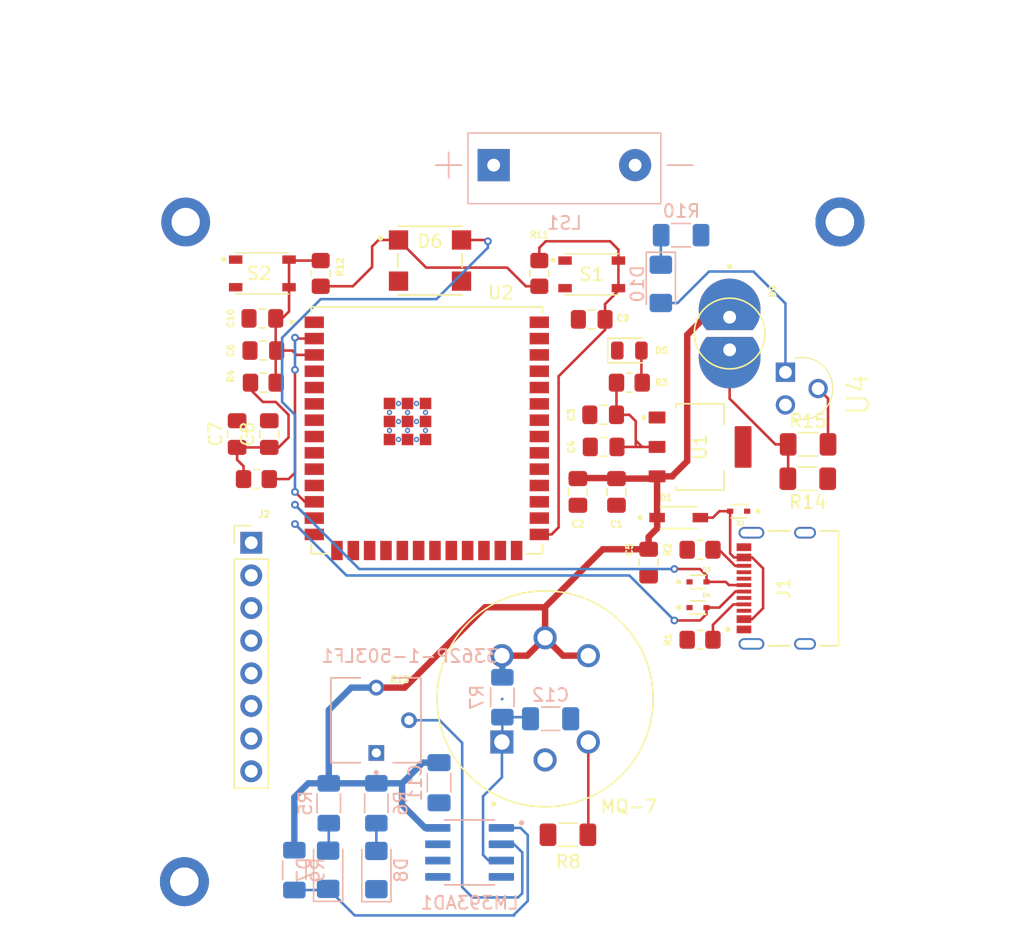
<source format=kicad_pcb>
(kicad_pcb (version 20241229) (generator "pcbnew") (generator_version "9.0")
  (layers (0 "F.Cu" signal) (2 "B.Cu" signal) (13 "F.Paste" user) (15 "B.Paste" user) (5 "F.SilkS" user "F.Silkscreen") (7 "B.SilkS" user "B.Silkscreen") (1 "F.Mask" user) (3 "B.Mask" user) (25 "Edge.Cuts" user))
  (net 0 "")
  (net 1 "A0")
  (net 2 "VCC_3V3")
  (net 3 "CHIP_PU")
  (net 4 "ESP_3V3")
  (net 5 "GPIO0")
  (net 6 "Net-(D1-PadA)")
  (net 7 "D-")
  (net 8 "D+")
  (net 9 "Net-(D5-A)")
  (net 12 "Net-(J1-CC2)")
  (net 13 "Net-(J1-CC1)")
  (net 22 "CS")
  (net 23 "CLK")
  (net 28 "DIN")
  (net 31 "DC")
  (net 32 "RST")
  (net 46 "BL")
  (net 48 "5V")
  (net 49 "Net-(U2-3V3)")
  (net 50 "RGB")
  (net 51 "OUT")
  (net 52 "Net-(D7-A)")
  (net 53 "Net-(D8-A)")
  (net 54 "Net-(U4-B)")
  (net 55 "Net-(D10-A)")
  (net 56 "Net-(LM393AD1-1IN-)")
  (net 60 "Net-(MQ-7-B-Pad3)")
  (net 63 "GND")
  (net 64 "Net-(D9-PadA)")
  (net 65 "Net-(D10-K)")
  (footprint "LED_SMD:LED_0805_2012Metric" (layer "F.Cu") (at 150 55)
    (property "Reference" "D5")
    (property "Value" "LED")
  )
  (footprint "Resistor_SMD:R_1206_3216Metric_Pad1.30x1.75mm_HandSolder" (layer "F.Cu") (at 145.225 92.675)
    (property "Reference" "R8")
    (property "Value" "R")
  )
  (footprint "footprints:DIO_SFH_4545" (layer "F.Cu") (at 157.8 53.675 -90)
    (property "Reference" "D9")
    (property "Value" "SFH_4545")
  )
  (footprint "Capacitor_SMD:C_0805_2012Metric_Pad1.18x1.45mm_HandSolder" (layer "F.Cu") (at 147.9625 60 180)
    (property "Reference" "C3")
    (property "Value" "10uF")
  )
  (footprint "Resistor_SMD:R_0805_2012Metric_Pad1.20x1.40mm_HandSolder" (layer "F.Cu") (at 150 57.5)
    (property "Reference" "R3")
    (property "Value" "5k1")
  )
  (footprint "Downloaded_from_internet:LED_SK6812" (layer "F.Cu") (at 134.5 48)
    (property "Reference" "D6")
    (property "Value" "SK6812")
  )
  (footprint "Resistor_SMD:R_0805_2012Metric_Pad1.20x1.40mm_HandSolder" (layer "F.Cu") (at 155.5 77.5 180)
    (property "Reference" "R1")
    (property "Value" "5K1")
  )
  (footprint "Resistor_SMD:R_0805_2012Metric_Pad1.20x1.40mm_HandSolder" (layer "F.Cu") (at 143 49 90)
    (property "Reference" "R11")
    (property "Value" "10k")
  )
  (footprint "Capacitor_SMD:C_0805_2012Metric_Pad1.18x1.45mm_HandSolder" (layer "F.Cu") (at 119.5 61.5 90)
    (property "Reference" "C7")
    (property "Value" "0u1F")
  )
  (footprint "Connector_PinHeader_2.54mm:PinHeader_1x08_P2.54mm_Vertical" (layer "F.Cu") (at 120.6 69.955)
    (property "Reference" "J2")
    (property "Value" "Conn_01x08_Pin")
  )
  (footprint "Capacitor_SMD:C_0805_2012Metric_Pad1.18x1.45mm_HandSolder" (layer "F.Cu") (at 122 61.5 90)
    (property "Reference" "C8")
    (property "Value" "10uF")
  )
  (footprint "Downloaded_from_internet:TVS_LESD5D5.0CT1G" (layer "F.Cu") (at 158.5 67.5 180)
    (property "Reference" "D2")
    (property "Value" "LESD5D5.0CT1G")
  )
  (footprint "Resistor_SMD:R_0805_2012Metric_Pad1.20x1.40mm_HandSolder" (layer "F.Cu") (at 121.5375 57.5)
    (property "Reference" "R4")
    (property "Value" "10k")
  )
  (footprint "" (layer "F.Cu") (at 115.4 96.325)
    (property "Reference" "" (hide yes))
    (property "Value" "")
  )
  (footprint "Capacitor_SMD:C_0805_2012Metric_Pad1.18x1.45mm_HandSolder" (layer "F.Cu") (at 147.075 52.575 180)
    (property "Reference" "C9")
    (property "Value" "0u1F")
  )
  (footprint "Capacitor_SMD:C_0805_2012Metric_Pad1.18x1.45mm_HandSolder" (layer "F.Cu") (at 121.5375 55 180)
    (property "Reference" "C6")
    (property "Value" "1uF")
  )
  (footprint "" (layer "F.Cu") (at 166.375 45)
    (property "Reference" "")
    (property "Value" "")
  )
  (footprint "Resistor_SMD:R_1206_3216Metric_Pad1.30x1.75mm_HandSolder" (layer "F.Cu") (at 163.875 64.975 180)
    (property "Reference" "R14")
    (property "Value" "220")
  )
  (footprint "MountingHole:MountingHole_2.2mm_M2_DIN965_Pad" (layer "F.Cu") (at 166.375 45)
    (property "Reference" "REF**" (hide yes))
    (property "Value" "MountingHole_2.2mm_M2_DIN965_Pad")
  )
  (footprint "Resistor_SMD:R_1206_3216Metric_Pad1.30x1.75mm_HandSolder" (layer "F.Cu") (at 163.9 62.3)
    (property "Reference" "R15")
    (property "Value" "220")
  )
  (footprint "Capacitor_SMD:C_0805_2012Metric_Pad1.18x1.45mm_HandSolder" (layer "F.Cu") (at 151.5 71.5 -90)
    (property "Reference" "C5")
    (property "Value" "10uF")
  )
  (footprint "Resistor_SMD:R_0805_2012Metric_Pad1.20x1.40mm_HandSolder" (layer "F.Cu") (at 155.5 70.5 180)
    (property "Reference" "R2")
    (property "Value" "5K1")
  )
  (footprint "Downloaded_from_internet:TVS_LESD5D5.0CT1G" (layer "F.Cu") (at 155.34 73)
    (property "Reference" "D3")
    (property "Value" "LESD5D5.0CT1G")
  )
  (footprint "" (layer "F.Cu") (at 166.375 45)
    (property "Reference" "")
    (property "Value" "")
  )
  (footprint "Downloaded_from_internet:HRO_TYPE-C-31-M-12" (layer "F.Cu") (at 163.6625 73.5 90)
    (property "Reference" "J1")
    (property "Value" "TYPE-C-31-M-12")
  )
  (footprint "MountingHole:MountingHole_2.2mm_M2_DIN965_Pad" (layer "F.Cu") (at 115.5 45)
    (property "Reference" "REF**" (hide yes))
    (property "Value" "MountingHole_2.2mm_M2_DIN965_Pad")
  )
  (footprint "footprints:TO127P254X732-3" (layer "F.Cu") (at 164.68 59.23 -90)
    (property "Reference" "U4")
    (property "Value" "BC547B")
  )
  (footprint "Downloaded_from_internet:SOT229P700X180-4N" (layer "F.Cu") (at 155.5 62.5 -90)
    (property "Reference" "U1")
    (property "Value" "AMS1117-3.3")
  )
  (footprint "Capacitor_SMD:C_0805_2012Metric_Pad1.18x1.45mm_HandSolder" (layer "F.Cu") (at 146 66 -90)
    (property "Reference" "C2")
    (property "Value" "0u1F")
  )
  (footprint "" (layer "F.Cu") (at 166.375 45)
    (property "Reference" "")
    (property "Value" "")
  )
  (footprint "" (layer "F.Cu") (at 115.4 96.325)
    (property "Reference" "" (hide yes))
    (property "Value" "")
  )
  (footprint "Capacitor_SMD:C_0805_2012Metric_Pad1.18x1.45mm_HandSolder" (layer "F.Cu") (at 121.4625 52.5 180)
    (property "Reference" "C10")
    (property "Value" "0u1F")
  )
  (footprint "Downloaded_from_internet:XCVR_ESP32-S3-WROOM-1U-N16R8" (layer "F.Cu") (at 134.25 61.21)
    (property "Reference" "U2")
    (property "Value" "ESP32-S3-WROOM-1U-N16R8")
  )
  (footprint "Resistor_SMD:R_0805_2012Metric_Pad1.20x1.40mm_HandSolder" (layer "F.Cu") (at 126 49 90)
    (property "Reference" "R12")
    (property "Value" "10k")
  )
  (footprint "MountingHole:MountingHole_2.2mm_M2_DIN965_Pad" (layer "F.Cu") (at 115.4 96.325)
    (property "Reference" "REF**" (hide yes))
    (property "Value" "MountingHole_2.2mm_M2_DIN965_Pad")
  )
  (footprint "footprints:XDCR_MQ-7" (layer "F.Cu") (at 143.45 82.1 90)
    (property "Reference" "MQ-7")
    (property "Value" "MQ-7")
  )
  (footprint "Resistor_SMD:R_0805_2012Metric_Pad1.20x1.40mm_HandSolder" (layer "F.Cu") (at 121 65 180)
    (property "Reference" "R13")
    (property "Value" "10k")
  )
  (footprint "Capacitor_SMD:C_0805_2012Metric_Pad1.18x1.45mm_HandSolder" (layer "F.Cu") (at 148 62.5 180)
    (property "Reference" "C4")
    (property "Value" "10uF")
  )
  (footprint "Downloaded_from_internet:SOD3715X145N" (layer "F.Cu") (at 153.84 68)
    (property "Reference" "D1")
    (property "Value" "1N5819HW-7-F")
  )
  (footprint "Downloaded_from_internet:PTS810SJG250SMTRLFS" (layer "F.Cu") (at 121.4625 49)
    (property "Reference" "S2")
    (property "Value" "PTS810SJK250SMTRLFS")
  )
  (footprint "Downloaded_from_internet:TVS_LESD5D5.0CT1G" (layer "F.Cu") (at 155.34 75)
    (property "Reference" "D4")
    (property "Value" "LESD5D5.0CT1G")
  )
  (footprint "Capacitor_SMD:C_0805_2012Metric_Pad1.18x1.45mm_HandSolder" (layer "F.Cu") (at 149 66 -90)
    (property "Reference" "C1")
    (property "Value" "10uF")
  )
  (footprint "Downloaded_from_internet:PTS810SJG250SMTRLFS" (layer "F.Cu") (at 147.075 49.075)
    (property "Reference" "S1")
    (property "Value" "PTS810SJK250SMTRLFS")
  )
  (footprint "" (layer "F.Cu") (at 115.4 96.325)
    (property "Reference" "" (hide yes))
    (property "Value" "")
  )
  (footprint "LED_SMD:LED_1206_3216Metric_Pad1.42x1.75mm_HandSolder" (layer "B.Cu") (at 126.57725 95.39775 90)
    (property "Reference" "D7")
    (property "Value" "LED")
  )
  (footprint "Resistor_SMD:R_1206_3216Metric_Pad1.30x1.75mm_HandSolder" (layer "B.Cu") (at 126.62725 90.22275 -90)
    (property "Reference" "R5")
    (property "Value" "R")
  )
  (footprint "Resistor_SMD:R_1206_3216Metric_Pad1.30x1.75mm_HandSolder" (layer "B.Cu") (at 140.125 81.975 90)
    (property "Reference" "R7")
    (property "Value" "R")
  )
  (footprint "Resistor_SMD:R_1206_3216Metric_Pad1.30x1.75mm_HandSolder" (layer "B.Cu") (at 154.025 46.025)
    (property "Reference" "R10")
    (property "Value" "220")
  )
  (footprint "Capacitor_SMD:C_1206_3216Metric_Pad1.33x1.80mm_HandSolder" (layer "B.Cu") (at 143.875 83.65 180)
    (property "Reference" "C12")
    (property "Value" "C")
  )
  (footprint "footprints:XDCR_CPI-3116-3-100T" (layer "B.Cu") (at 144.95 40.575)
    (property "Reference" "LS1")
    (property "Value" "CPI-3116-3-100T")
  )
  (footprint "Resistor_SMD:R_1206_3216Metric_Pad1.30x1.75mm_HandSolder" (layer "B.Cu") (at 123.95 95.425 90)
    (property "Reference" "R9")
    (property "Value" "R")
  )
  (footprint "Capacitor_SMD:C_1206_3216Metric_Pad1.33x1.80mm_HandSolder" (layer "B.Cu") (at 135.2 88.625 -90)
    (property "Reference" "C11")
    (property "Value" "C")
  )
  (footprint "footprints:TRIM_3362P-1-503LF" (layer "B.Cu") (at 130.32225 83.76725 90)
    (property "Reference" "3362P-1-503LF1")
    (property "Value" "3362P-1-503LF")
  )
  (footprint "LED_SMD:LED_1206_3216Metric_Pad1.42x1.75mm_HandSolder" (layer "B.Cu") (at 130.32725 95.42275 90)
    (property "Reference" "D8")
    (property "Value" "LED")
  )
  (footprint "LED_SMD:LED_1206_3216Metric_Pad1.42x1.75mm_HandSolder" (layer "B.Cu") (at 152.45 49.8125 -90)
    (property "Reference" "D10")
    (property "Value" "LED")
  )
  (footprint "footprints:SOIC127P599X175-8N" (layer "B.Cu") (at 137.57725 94.04775 180)
    (property "Reference" "LM393AD1")
    (property "Value" "LM393AD")
  )
  (footprint "Resistor_SMD:R_1206_3216Metric_Pad1.30x1.75mm_HandSolder" (layer "B.Cu") (at 130.32725 90.22275 -90)
    (property "Reference" "R6")
    (property "Value" "R")
  )
  (segment (start 138.625 94.245499) (end 138.625 89.675) (width 0.2) (layer "B.Cu") (net 1))
  (segment (start 140.09124 88.20876) (end 140.09124 85.45876) (width 0.2) (layer "B.Cu") (net 1))
  (segment (start 138.625 89.675) (end 140.09124 88.20876) (width 0.2) (layer "B.Cu") (net 1))
  (segment (start 140.125 85.425) (end 140.09124 85.45876) (width 0.2) (layer "B.Cu") (net 1))
  (segment (start 140.125 83.525) (end 142.1875 83.525) (width 0.2) (layer "B.Cu") (net 1))
  (segment (start 140.04725 94.68275) (end 139.062251 94.68275) (width 0.2) (layer "B.Cu") (net 1))
  (segment (start 140.09124 82.13376) (end 140.125 82.1) (width 0.2) (layer "B.Cu") (net 1))
  (segment (start 139.062251 94.68275) (end 138.625 94.245499) (width 0.2) (layer "B.Cu") (net 1))
  (segment (start 140.125 83.525) (end 140.125 85.425) (width 0.2) (layer "B.Cu") (net 1))
  (segment (start 142.1875 83.525) (end 142.3125 83.65) (width 0.2) (layer "B.Cu") (net 1))
  (segment (start 143 50) (end 141.951 50) (width 0.2) (layer "F.Cu") (net 2))
  (segment (start 130 46.9) (end 130.5 46.4) (width 0.2) (layer "F.Cu") (net 2))
  (segment (start 128.5 50) (end 130 48.5) (width 0.2) (layer "F.Cu") (net 2))
  (segment (start 130.5 46.4) (end 132.05 46.4) (width 0.2) (layer "F.Cu") (net 2))
  (segment (start 140.5 48.549) (end 134.199 48.549) (width 0.2) (layer "F.Cu") (net 2))
  (segment (start 126 50) (end 128.5 50) (width 0.2) (layer "F.Cu") (net 2))
  (segment (start 141.951 50) (end 140.5 48.549) (width 0.2) (layer "F.Cu") (net 2))
  (segment (start 130 48.5) (end 130 46.9) (width 0.2) (layer "F.Cu") (net 2))
  (segment (start 134.199 48.549) (end 132.05 46.4) (width 0.2) (layer "F.Cu") (net 2))
  (segment (start 125.5 55.34) (end 124.1225 55.34) (width 0.2) (layer "F.Cu") (net 3))
  (segment (start 123.7825 55) (end 124.1225 55.34) (width 0.2) (layer "F.Cu") (net 3))
  (segment (start 123 52.5) (end 123.5375 51.9625) (width 0.2) (layer "F.Cu") (net 3))
  (segment (start 123.5375 51.9625) (end 123.5375 50.075) (width 0.2) (layer "F.Cu") (net 3))
  (segment (start 123.5375 50.075) (end 123.5375 47.925) (width 0.2) (layer "F.Cu") (net 3))
  (segment (start 123.6125 48) (end 123.5375 47.925) (width 0.2) (layer "F.Cu") (net 3))
  (segment (start 122.575 55) (end 123.7825 55) (width 0.2) (layer "F.Cu") (net 3))
  (segment (start 122.5 52.5) (end 122.5 57.4625) (width 0.2) (layer "F.Cu") (net 3))
  (segment (start 122.5 57.4625) (end 122.5375 57.5) (width 0.2) (layer "F.Cu") (net 3))
  (segment (start 126 48) (end 123.6125 48) (width 0.2) (layer "F.Cu") (net 3))
  (segment (start 122.5 52.5) (end 123 52.5) (width 0.2) (layer "F.Cu") (net 3))
  (segment (start 150.5 62.5) (end 149.0425 62.5) (width 0.2) (layer "F.Cu") (net 4))
  (segment (start 149.0425 62.5) (end 149.0375 62.505) (width 0.2) (layer "F.Cu") (net 4))
  (segment (start 120 65) (end 120 64) (width 0.2) (layer "F.Cu") (net 4))
  (segment (start 152.155 62.5) (end 151 62.5) (width 0.2) (layer "F.Cu") (net 4))
  (segment (start 120 64) (end 119.5 63.5) (width 0.2) (layer "F.Cu") (net 4))
  (segment (start 122.725 62.5375) (end 123.5 61.7625) (width 0.2) (layer "F.Cu") (net 4))
  (segment (start 150 60) (end 149 60) (width 0.2) (layer "F.Cu") (net 4))
  (segment (start 122 62.5375) (end 122.725 62.5375) (width 0.2) (layer "F.Cu") (net 4))
  (segment (start 120.5375 58.0375) (end 120.5375 57.5) (width 0.2) (layer "F.Cu") (net 4))
  (segment (start 119.5 63.5) (end 119.5 62.5375) (width 0.2) (layer "F.Cu") (net 4))
  (segment (start 122.5 59) (end 121.5 59) (width 0.2) (layer "F.Cu") (net 4))
  (segment (start 151 62.5) (end 150.5 62.5) (width 0.2) (layer "F.Cu") (net 4))
  (segment (start 150.5 62.5) (end 150.5 62) (width 0.2) (layer "F.Cu") (net 4))
  (segment (start 119.5 62.5375) (end 122 62.5375) (width 0.2) (layer "F.Cu") (net 4))
  (segment (start 123.5 60) (end 122.5 59) (width 0.2) (layer "F.Cu") (net 4))
  (segment (start 150.5 60.5) (end 150 60) (width 0.2) (layer "F.Cu") (net 4))
  (segment (start 123.5 61.7625) (end 123.5 60) (width 0.2) (layer "F.Cu") (net 4))
  (segment (start 150.5 62) (end 150.5 60.5) (width 0.2) (layer "F.Cu") (net 4))
  (segment (start 151 62.5) (end 150.5 62) (width 0.2) (layer "F.Cu") (net 4))
  (segment (start 121.5 59) (end 120.5375 58.0375) (width 0.2) (layer "F.Cu") (net 4))
  (segment (start 152.155 62.5) (end 151.5 62.5) (width 0.2) (layer "F.Cu") (net 4))
  (segment (start 149 60) (end 149 57.5) (width 0.2) (layer "F.Cu") (net 4))
  (segment (start 148.5 46.5) (end 149.15 47.15) (width 0.2) (layer "F.Cu") (net 5))
  (segment (start 149.15 47.15) (end 149.15 48) (width 0.2) (layer "F.Cu") (net 5))
  (segment (start 148.1125 53.3875) (end 144.5 57) (width 0.2) (layer "F.Cu") (net 5))
  (segment (start 143.5 46.5) (end 148.5 46.5) (width 0.2) (layer "F.Cu") (net 5))
  (segment (start 148.1125 52.575) (end 148.1125 51.3875) (width 0.2) (layer "F.Cu") (net 5))
  (segment (start 144.5 57) (end 144.5 57.5) (width 0.2) (layer "F.Cu") (net 5))
  (segment (start 148.1125 52.575) (end 147.925 52.575) (width 0.2) (layer "F.Cu") (net 5))
  (segment (start 148.1125 51.3875) (end 149.15 50.35) (width 0.2) (layer "F.Cu") (net 5))
  (segment (start 149.15 50.35) (end 149.15 50.15) (width 0.2) (layer "F.Cu") (net 5))
  (segment (start 143.95 69.31) (end 143 69.31) (width 0.2) (layer "F.Cu") (net 5))
  (segment (start 143 47) (end 143.5 46.5) (width 0.2) (layer "F.Cu") (net 5))
  (segment (start 149.15 48) (end 149.15 50.15) (width 0.2) (layer "F.Cu") (net 5))
  (segment (start 148.1125 52.575) (end 148.1125 53.3875) (width 0.2) (layer "F.Cu") (net 5))
  (segment (start 143 48) (end 143 47) (width 0.2) (layer "F.Cu") (net 5))
  (segment (start 144.5 68.76) (end 143.95 69.31) (width 0.2) (layer "F.Cu") (net 5))
  (segment (start 144.5 57.5) (end 144.5 68.76) (width 0.2) (layer "F.Cu") (net 5))
  (segment (start 157.84 67.5) (end 157 67.5) (width 0.2) (layer "F.Cu") (net 6))
  (segment (start 160.4 75.051847) (end 159.551847 75.9) (width 0.2) (layer "F.Cu") (net 6))
  (segment (start 157.84 70.7975) (end 158.1425 71.1) (width 0.2) (layer "F.Cu") (net 6))
  (segment (start 156.5 68) (end 155.52 68) (width 0.2) (layer "F.Cu") (net 6))
  (segment (start 159.551847 75.9) (end 158.9125 75.9) (width 0.2) (layer "F.Cu") (net 6))
  (segment (start 157 67.5) (end 156.5 68) (width 0.2) (layer "F.Cu") (net 6))
  (segment (start 157.84 67.5) (end 157.84 70.7975) (width 0.2) (layer "F.Cu") (net 6))
  (segment (start 160.4 71.948153) (end 160.4 75.051847) (width 0.2) (layer "F.Cu") (net 6))
  (segment (start 158.1425 71.1) (end 158.9125 71.1) (width 0.2) (layer "F.Cu") (net 6))
  (segment (start 159.551847 71.1) (end 160.4 71.948153) (width 0.2) (layer "F.Cu") (net 6))
  (segment (start 158.9125 71.1) (end 159.551847 71.1) (width 0.2) (layer "F.Cu") (net 6))
  (segment (start 156 72.5) (end 155.5 72) (width 0.2) (layer "F.Cu") (net 7))
  (segment (start 155.5 72) (end 153.5 72) (width 0.2) (layer "F.Cu") (net 7))
  (segment (start 157.75 73.25) (end 158.9125 73.25) (width 0.2) (layer "F.Cu") (net 7))
  (segment (start 157.5 73) (end 157.75 73.25) (width 0.2) (layer "F.Cu") (net 7))
  (segment (start 125.5 68.04) (end 125.04 68.04) (width 0.2) (layer "F.Cu") (net 7))
  (segment (start 125.04 68.04) (end 124 67) (width 0.2) (layer "F.Cu") (net 7))
  (segment (start 156 73) (end 156 72.5) (width 0.2) (layer "F.Cu") (net 7))
  (segment (start 156 73) (end 157.5 73) (width 0.2) (layer "F.Cu") (net 7))
  (via (at 153.5 72) (size 0.6) (drill 0.3) (layers "F.Cu" "B.Cu") (net 7))
  (via (at 124 67) (size 0.6) (drill 0.3) (layers "F.Cu" "B.Cu") (net 7))
  (segment (start 153.5 72) (end 129 72) (width 0.2) (layer "B.Cu") (net 7))
  (segment (start 129 72) (end 124 67) (width 0.2) (layer "B.Cu") (net 7))
  (segment (start 156 75.5) (end 155.5 76) (width 0.2) (layer "F.Cu") (net 8))
  (segment (start 124.81 69.31) (end 124 68.5) (width 0.2) (layer "F.Cu") (net 8))
  (segment (start 157 75) (end 156 75) (width 0.2) (layer "F.Cu") (net 8))
  (segment (start 155.5 76) (end 153.5 76) (width 0.2) (layer "F.Cu") (net 8))
  (segment (start 158.9125 73.75) (end 158.25 73.75) (width 0.2) (layer "F.Cu") (net 8))
  (segment (start 125.5 69.31) (end 124.81 69.31) (width 0.2) (layer "F.Cu") (net 8))
  (segment (start 156 75) (end 156 75.5) (width 0.2) (layer "F.Cu") (net 8))
  (segment (start 158.25 73.75) (end 157 75) (width 0.2) (layer "F.Cu") (net 8))
  (via (at 124 68.5) (size 0.6) (drill 0.3) (layers "F.Cu" "B.Cu") (net 8))
  (via (at 153.5 76) (size 0.6) (drill 0.3) (layers "F.Cu" "B.Cu") (net 8))
  (segment (start 150 72.5) (end 128 72.5) (width 0.2) (layer "B.Cu") (net 8))
  (segment (start 153.5 76) (end 150 72.5) (width 0.2) (layer "B.Cu") (net 8))
  (segment (start 128 72.5) (end 124 68.5) (width 0.2) (layer "B.Cu") (net 8))
  (segment (start 151 57.5) (end 151 57) (width 0.2) (layer "F.Cu") (net 9))
  (segment (start 150.9375 56.9375) (end 150.9375 55) (width 0.2) (layer "F.Cu") (net 9))
  (segment (start 151 57.5) (end 151.5 57.5) (width 0.2) (layer "F.Cu") (net 9))
  (segment (start 151 57) (end 150.9375 56.9375) (width 0.2) (layer "F.Cu") (net 9))
  (segment (start 156.5 70.5) (end 156.9754 70.5) (width 0.2) (layer "F.Cu") (net 12))
  (segment (start 156.9754 70.5) (end 158.2254 71.75) (width 0.2) (layer "F.Cu") (net 12))
  (segment (start 158.2254 71.75) (end 158.9125 71.75) (width 0.2) (layer "F.Cu") (net 12))
  (segment (start 156.5 76.3405) (end 158.0905 74.75) (width 0.2) (layer "F.Cu") (net 13))
  (segment (start 158.0905 74.75) (end 158.9125 74.75) (width 0.2) (layer "F.Cu") (net 13))
  (segment (start 156.5 77.5) (end 156.5 76.3405) (width 0.2) (layer "F.Cu") (net 13))
  (segment (start 125.5 66.77) (end 124.77 66.77) (width 0.2) (layer "F.Cu") (net 28))
  (segment (start 138.9 46.4) (end 139 46.5) (width 0.2) (layer "F.Cu") (net 28))
  (segment (start 124.77 66.77) (end 124 66) (width 0.2) (layer "F.Cu") (net 28))
  (segment (start 136.95 46.4) (end 138.9 46.4) (width 0.2) (layer "F.Cu") (net 28))
  (via (at 139 46.5) (size 0.6) (drill 0.3) (layers "F.Cu" "B.Cu") (net 28))
  (via (at 124 66) (size 0.6) (drill 0.3) (layers "F.Cu" "B.Cu") (net 28))
  (segment (start 139 46.5) (end 139 47) (width 0.2) (layer "B.Cu") (net 28))
  (segment (start 123 59) (end 124 60) (width 0.2) (layer "B.Cu") (net 28))
  (segment (start 124 60) (end 124 66) (width 0.2) (layer "B.Cu") (net 28))
  (segment (start 123 54) (end 123 59) (width 0.2) (layer "B.Cu") (net 28))
  (segment (start 135 51) (end 126 51) (width 0.2) (layer "B.Cu") (net 28))
  (segment (start 126 51) (end 123 54) (width 0.2) (layer "B.Cu") (net 28))
  (segment (start 139 47) (end 135 51) (width 0.2) (layer "B.Cu") (net 28))
  (segment (start 155.87 52.405) (end 157.8 52.405) (width 0.5) (layer "F.Cu") (net 48))
  (segment (start 130.32225 81.22725) (end 132.52275 81.22725) (width 0.5) (layer "F.Cu") (net 48))
  (segment (start 143.45 75.125) (end 143.45 74.95) (width 0.2) (layer "F.Cu") (net 48))
  (segment (start 145.5 64.925) (end 148.9625 64.925) (width 0.5) (layer "F.Cu") (net 48))
  (segment (start 151.5 69.5) (end 152.16 68.84) (width 0.5) (layer "F.Cu") (net 48))
  (segment (start 153.35 64.79) (end 153.35 64.75) (width 0.5) (layer "F.Cu") (net 48))
  (segment (start 149 64.9625) (end 151.9825 64.9625) (width 0.5) (layer "F.Cu") (net 48))
  (segment (start 143.3 74.975) (end 143.45 75.125) (width 0.2) (layer "F.Cu") (net 48))
  (segment (start 148.9625 64.925) (end 149 64.9625) (width 0.2) (layer "F.Cu") (net 48))
  (segment (start 143.45 74.95) (end 147.9375 70.4625) (width 0.5) (layer "F.Cu") (net 48))
  (segment (start 144.84124 78.74124) (end 146.80876 78.74124) (width 0.5) (layer "F.Cu") (net 48))
  (segment (start 132.52275 81.22725) (end 138.775 74.975) (width 0.5) (layer "F.Cu") (net 48))
  (segment (start 154.5 63.6) (end 154.5 53.775) (width 0.5) (layer "F.Cu") (net 48))
  (segment (start 143.45 77.35) (end 143.45 75.125) (width 0.5) (layer "F.Cu") (net 48))
  (segment (start 138.775 74.975) (end 143.3 74.975) (width 0.5) (layer "F.Cu") (net 48))
  (segment (start 152.16 68.84) (end 152.16 68) (width 0.5) (layer "F.Cu") (net 48))
  (segment (start 151.9825 64.9625) (end 152.155 64.79) (width 0.2) (layer "F.Cu") (net 48))
  (segment (start 140.09124 78.74124) (end 142.05876 78.74124) (width 0.5) (layer "F.Cu") (net 48))
  (segment (start 154.5 53.775) (end 155.87 52.405) (width 0.5) (layer "F.Cu") (net 48))
  (segment (start 143.425 74.975) (end 143.45 74.95) (width 0.2) (layer "F.Cu") (net 48))
  (segment (start 143.45 77.35) (end 144.84124 78.74124) (width 0.5) (layer "F.Cu") (net 48))
  (segment (start 147.9375 70.4625) (end 151.5 70.4625) (width 0.5) (layer "F.Cu") (net 48))
  (segment (start 143.3 74.975) (end 143.425 74.975) (width 0.2) (layer "F.Cu") (net 48))
  (segment (start 152.155 64.79) (end 153.35 64.79) (width 0.5) (layer "F.Cu") (net 48))
  (segment (start 151.5 70.4625) (end 151.5 69.5) (width 0.5) (layer "F.Cu") (net 48))
  (segment (start 142.05876 78.74124) (end 143.45 77.35) (width 0.5) (layer "F.Cu") (net 48))
  (segment (start 153.35 64.75) (end 154.5 63.6) (width 0.5) (layer "F.Cu") (net 48))
  (segment (start 152.155 64.79) (end 152.155 67.995) (width 0.5) (layer "F.Cu") (net 48))
  (segment (start 152.155 67.995) (end 152.16 68) (width 0.2) (layer "F.Cu") (net 48))
  (segment (start 126.62725 82.97275) (end 126.62725 88.67275) (width 0.5) (layer "B.Cu") (net 48))
  (segment (start 140.125 80.425) (end 140.125 78.775) (width 0.5) (layer "B.Cu") (net 48))
  (segment (start 132.32725 90.347749) (end 134.122251 92.14275) (width 0.5) (layer "B.Cu") (net 48))
  (segment (start 132.32725 88.67275) (end 130.32725 88.67275) (width 0.5) (layer "B.Cu") (net 48))
  (segment (start 132.32725 88.67275) (end 133.9375 87.0625) (width 0.5) (layer "B.Cu") (net 48))
  (segment (start 123.95 93.875) (end 123.95 89.75) (width 0.5) (layer "B.Cu") (net 48))
  (segment (start 134.122251 92.14275) (end 135.10725 92.14275) (width 0.5) (layer "B.Cu") (net 48))
  (segment (start 133.9375 87.0625) (end 135.2 87.0625) (width 0.5) (layer "B.Cu") (net 48))
  (segment (start 128.37275 81.22725) (end 126.62725 82.97275) (width 0.5) (layer "B.Cu") (net 48))
  (segment (start 125.02725 88.67275) (end 126.62725 88.67275) (width 0.5) (layer "B.Cu") (net 48))
  (segment (start 132.32725 88.67275) (end 132.32725 90.347749) (width 0.5) (layer "B.Cu") (net 48))
  (segment (start 156.695 51.3) (end 157.8 52.405) (width 0.5) (layer "B.Cu") (net 48))
  (segment (start 123.95 89.75) (end 125.02725 88.67275) (width 0.5) (layer "B.Cu") (net 48))
  (segment (start 130.32725 88.67275) (end 126.62725 88.67275) (width 0.5) (layer "B.Cu") (net 48))
  (segment (start 130.32225 81.22725) (end 128.37275 81.22725) (width 0.5) (layer "B.Cu") (net 48))
  (segment (start 130.32225 88.66775) (end 130.32725 88.67275) (width 0.2) (layer "B.Cu") (net 48))
  (segment (start 140.125 78.775) (end 140.09124 78.74124) (width 0.2) (layer "B.Cu") (net 48))
  (segment (start 122 65) (end 123.5 65) (width 0.2) (layer "F.Cu") (net 49))
  (segment (start 125.5 54.07) (end 124.07 54.07) (width 0.2) (layer "F.Cu") (net 49))
  (segment (start 123.5 65) (end 124 64.5) (width 0.2) (layer "F.Cu") (net 49))
  (segment (start 124 64.5) (end 124 56.5) (width 0.2) (layer "F.Cu") (net 49))
  (via (at 124 54) (size 0.6) (drill 0.3) (layers "F.Cu" "B.Cu") (net 49))
  (via (at 124 56.5) (size 0.6) (drill 0.3) (layers "F.Cu" "B.Cu") (net 49))
  (segment (start 124 56.5) (end 124 54) (width 0.2) (layer "B.Cu") (net 49))
  (segment (start 142.1 92.7) (end 142.1 97.825) (width 0.2) (layer "B.Cu") (net 51))
  (segment (start 141.54275 92.14275) (end 142.1 92.7) (width 0.2) (layer "B.Cu") (net 51))
  (segment (start 141.05 98.875) (end 141.05 98.95) (width 0.2) (layer "B.Cu") (net 51))
  (segment (start 142.1 97.825) (end 141.05 98.875) (width 0.2) (layer "B.Cu") (net 51))
  (segment (start 123.95 96.975) (end 126.4875 96.975) (width 0.2) (layer "B.Cu") (net 51))
  (segment (start 141.05 98.95) (end 128.642 98.95) (width 0.2) (layer "B.Cu") (net 51))
  (segment (start 126.4875 96.975) (end 126.57725 96.88525) (width 0.2) (layer "B.Cu") (net 51))
  (segment (start 140.04725 92.14275) (end 141.54275 92.14275) (width 0.2) (layer "B.Cu") (net 51))
  (segment (start 128.642 98.95) (end 126.57725 96.88525) (width 0.2) (layer "B.Cu") (net 51))
  (segment (start 126.62725 91.77275) (end 126.62725 93.86025) (width 0.2) (layer "B.Cu") (net 52))
  (segment (start 126.62725 93.86025) (end 126.57725 93.91025) (width 0.2) (layer "B.Cu") (net 52))
  (segment (start 130.32725 91.77275) (end 130.32725 93.93525) (width 0.2) (layer "B.Cu") (net 53))
  (segment (start 165.45 62.3) (end 165.45 58.73) (width 0.2) (layer "F.Cu") (net 54))
  (segment (start 165.45 58.73) (end 164.68 57.96) (width 0.2) (layer "F.Cu") (net 54))
  (segment (start 152.45 51.3) (end 153.75 51.3) (width 0.2) (layer "B.Cu") (net 55))
  (segment (start 156.2 48.85) (end 159.65 48.85) (width 0.2) (layer "B.Cu") (net 55))
  (segment (start 162.14 51.34) (end 162.14 56.69) (width 0.2) (layer "B.Cu") (net 55))
  (segment (start 159.65 48.85) (end 162.14 51.34) (width 0.2) (layer "B.Cu") (net 55))
  (segment (start 153.75 51.3) (end 156.2 48.85) (width 0.2) (layer "B.Cu") (net 55))
  (segment (start 132.86225 83.76725) (end 135.24675 83.76725) (width 0.2) (layer "B.Cu") (net 56))
  (segment (start 141.675 97.225) (end 141.375 97.525) (width 0.2) (layer "B.Cu") (net 56))
  (segment (start 135.24675 83.76725) (end 137.00225 85.52275) (width 0.2) (layer "B.Cu") (net 56))
  (segment (start 140.04725 93.41275) (end 140.03225 93.39775) (width 0.2) (layer "B.Cu") (net 56))
  (segment (start 141.35 97.55) (end 141.375 97.525) (width 0.2) (layer "B.Cu") (net 56))
  (segment (start 137.8 97.55) (end 141.35 97.55) (width 0.2) (layer "B.Cu") (net 56))
  (segment (start 140.04725 93.41275) (end 141.032249 93.41275) (width 0.2) (layer "B.Cu") (net 56))
  (segment (start 137.00225 85.52275) (end 137.00225 96.75225) (width 0.2) (layer "B.Cu") (net 56))
  (segment (start 141.032249 93.41275) (end 141.675 94.055501) (width 0.2) (layer "B.Cu") (net 56))
  (segment (start 137.00225 96.75225) (end 137.8 97.55) (width 0.2) (layer "B.Cu") (net 56))
  (segment (start 141.675 94.055501) (end 141.675 97.225) (width 0.2) (layer "B.Cu") (net 56))
  (segment (start 146.80876 85.45876) (end 146.80876 92.64124) (width 0.2) (layer "F.Cu") (net 60))
  (segment (start 146.80876 92.64124) (end 146.775 92.675) (width 0.2) (layer "F.Cu") (net 60))
  (segment (start 145.5375 67.0375) (end 145.5 67) (width 0.2) (layer "F.Cu") (net 63))
  (segment (start 146.9625 60.0375) (end 146.925 60) (width 0.2) (layer "F.Cu") (net 63))
  (segment (start 146.925 60) (end 146.925 59.425) (width 0.2) (layer "F.Cu") (net 63))
  (segment (start 162.35 62.3) (end 162.35 64.95) (width 0.2) (layer "F.Cu") (net 64))
  (segment (start 162.35 64.95) (end 162.325 64.975) (width 0.2) (layer "F.Cu") (net 64))
  (segment (start 161.355 62.3) (end 161.975 62.3) (width 0.2) (layer "F.Cu") (net 64))
  (segment (start 157.8 54.945) (end 157.8 58.745) (width 0.2) (layer "F.Cu") (net 64))
  (segment (start 157.8 58.745) (end 161.355 62.3) (width 0.2) (layer "F.Cu") (net 64))
  (segment (start 152.45 48.325) (end 152.45 46.05) (width 0.2) (layer "B.Cu") (net 65))
  (segment (start 152.45 46.05) (end 152.475 46.025) (width 0.2) (layer "B.Cu") (net 65))
)
</source>
